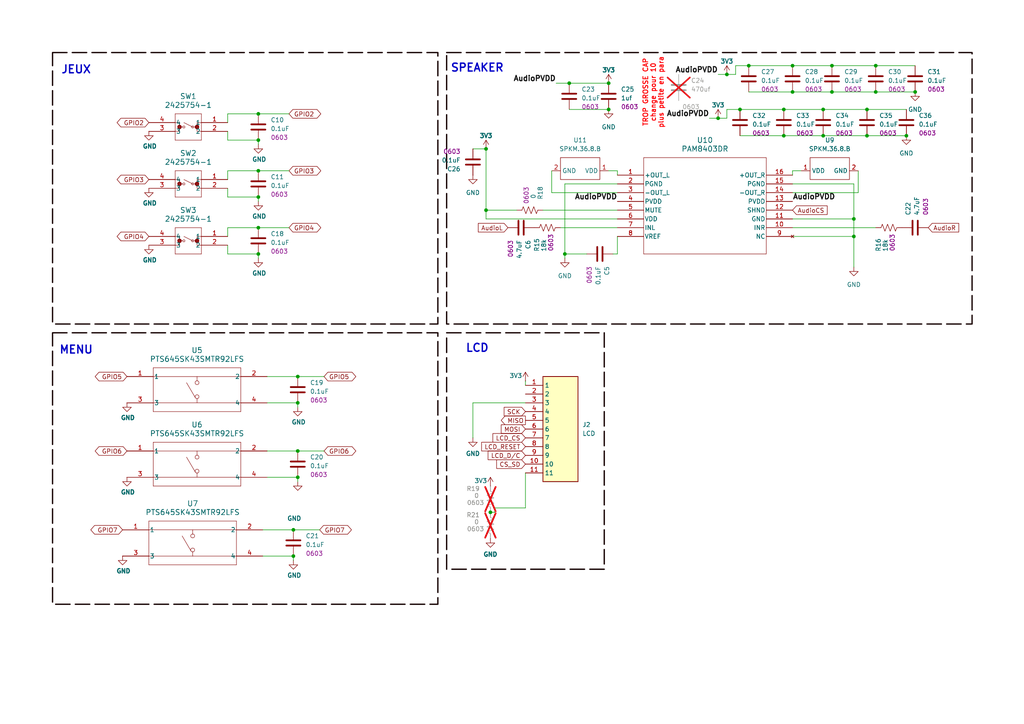
<source format=kicad_sch>
(kicad_sch (version 20250114) (generator "eeschema") (generator_version "9.0")
  (paper "A4")
  (lib_symbols
    (symbol "Device:C" (pin_numbers (hide yes)) (pin_names (offset 0.254))
      (property "Reference" "C" (at 0.635 2.54 0))
      (property "Value" "C" (at 0.635 -2.54 0))
      (symbol "C_0_1"
        (polyline (pts (xy -2.032 0.762) (xy 2.032 0.762)) (stroke (width 0.508)))
        (polyline (pts (xy -2.032 -0.762) (xy 2.032 -0.762)) (stroke (width 0.508)))
      )
      (symbol "C_1_1"
        (pin passive line (at 0 3.81 270) (length 2.794) (name "~") (number "1"))
        (pin passive line (at 0 -3.81 90) (length 2.794) (name "~") (number "2"))
      )
    )
    (symbol "Device:R_US" (pin_numbers (hide yes)) (pin_names (offset 0))
      (property "Reference" "R" (at 2.54 0 90))
      (property "Value" "R_US" (at -2.54 0 90))
      (symbol "R_US_0_1"
        (polyline (pts (xy 0 2.286) (xy 0 2.54)))
        (polyline (pts (xy 0 2.286) (xy 1.016 1.905) (xy 0 1.524) (xy -1.016 1.143) (xy 0 0.762)))
        (polyline (pts (xy 0 0.762) (xy 1.016 0.381) (xy 0 0) (xy -1.016 -0.381) (xy 0 -0.762)))
        (polyline (pts (xy 0 -0.762) (xy 1.016 -1.143) (xy 0 -1.524) (xy -1.016 -1.905) (xy 0 -2.286)))
        (polyline (pts (xy 0 -2.286) (xy 0 -2.54)))
      )
      (symbol "R_US_1_1"
        (pin passive line (at 0 3.81 270) (length 1.27) (name "~") (number "1"))
        (pin passive line (at 0 -3.81 90) (length 1.27) (name "~") (number "2"))
      )
    )
    (symbol "LIB:2425754-1" (pin_names (offset 0.254))
      (property "Reference" "SW" (at 11.43 7.62 0))
      (property "Value" "2425754-1" (at 12.7 5.08 0))
      (symbol "2425754-1_0_1"
        (polyline (pts (xy 7.62 2.54) (xy 7.62 -5.08)) (stroke (width 0.127)))
        (polyline (pts (xy 7.62 0) (xy 8.89 0)) (stroke (width 0.127)))
        (polyline (pts (xy 7.62 -5.08) (xy 15.24 -5.08)) (stroke (width 0.127)))
        (polyline (pts (xy 8.89 0) (xy 8.89 -2.54)) (stroke (width 0.127)))
        (polyline (pts (xy 8.89 -1.27) (xy 9.8425 -1.27)) (stroke (width 0.127)))
        (circle (center 8.89 -1.27) (radius 0.127) (stroke (width 0.508)))
        (polyline (pts (xy 8.89 -2.54) (xy 7.62 -2.54)) (stroke (width 0.127)))
        (polyline (pts (xy 10.16 -1.27) (xy 12.7 0)) (stroke (width 0.127)))
        (circle (center 10.16 -1.27) (radius 0.3048) (stroke (width 0.127)))
        (circle (center 12.7 -1.27) (radius 0.3048) (stroke (width 0.127)))
        (polyline (pts (xy 13.0175 -1.27) (xy 13.97 -1.27)) (stroke (width 0.127)))
        (polyline (pts (xy 13.97 0) (xy 13.97 -2.54)) (stroke (width 0.127)))
        (polyline (pts (xy 13.97 0) (xy 15.24 0)) (stroke (width 0.127)))
        (circle (center 13.97 -1.27) (radius 0.127) (stroke (width 0.508)))
        (polyline (pts (xy 13.97 -2.54) (xy 15.24 -2.54)) (stroke (width 0.127)))
        (polyline (pts (xy 15.24 2.54) (xy 7.62 2.54)) (stroke (width 0.127)))
        (polyline (pts (xy 15.24 -5.08) (xy 15.24 2.54)) (stroke (width 0.127)))
        (pin unspecified line (at 0 0 0) (length 7.62) (name "1") (number "1"))
        (pin unspecified line (at 0 -2.54 0) (length 7.62) (name "2") (number "2"))
        (pin unspecified line (at 22.86 0 180) (length 7.62) (name "4") (number "4"))
        (pin unspecified line (at 22.86 -2.54 180) (length 7.62) (name "3") (number "3"))
      )
    )
    (symbol "Library:LCD"
      (property "Reference" "J" (at 16.51 7.62 0))
      (property "Value" "LCD" (at 16.51 5.08 0))
      (symbol "LCD_1_1"
        (rectangle (start 5.08 2.54) (end 15.24 -27.94) (stroke (width 0.254)) (fill (type background)))
        (pin passive line (at 0 0 0) (length 5.08) (name "1") (number "1"))
        (pin passive line (at 0 -2.54 0) (length 5.08) (name "2") (number "2"))
        (pin passive line (at 0 -5.08 0) (length 5.08) (name "3") (number "3"))
        (pin passive line (at 0 -7.62 0) (length 5.08) (name "4") (number "4"))
        (pin passive line (at 0 -10.16 0) (length 5.08) (name "5") (number "5"))
        (pin passive line (at 0 -12.7 0) (length 5.08) (name "6") (number "6"))
        (pin passive line (at 0 -15.24 0) (length 5.08) (name "7") (number "7"))
        (pin passive line (at 0 -17.78 0) (length 5.08) (name "8") (number "8"))
        (pin passive line (at 0 -20.32 0) (length 5.08) (name "9") (number "9"))
        (pin passive line (at 0 -22.86 0) (length 5.08) (name "10") (number "10"))
        (pin passive line (at 0 -25.4 0) (length 5.08) (name "11") (number "11"))
      )
    )
    (symbol "Library:PAM8403DR" (pin_names (offset 0.254))
      (property "Reference" "U" (at 25.4 10.16 0))
      (property "Value" "PAM8403DR" (at 25.4 7.62 0))
      (symbol "PAM8403DR_0_1"
        (polyline (pts (xy 7.62 5.08) (xy 7.62 -22.86)) (stroke (width 0.127)))
        (polyline (pts (xy 7.62 -22.86) (xy 43.18 -22.86)) (stroke (width 0.127)))
        (polyline (pts (xy 43.18 5.08) (xy 7.62 5.08)) (stroke (width 0.127)))
        (polyline (pts (xy 43.18 -22.86) (xy 43.18 5.08)) (stroke (width 0.127)))
        (pin output line (at 0 0 0) (length 7.62) (name "+OUT_L") (number "1"))
        (pin power_out line (at 0 -2.54 0) (length 7.62) (name "PGND") (number "2"))
        (pin output line (at 0 -5.08 0) (length 7.62) (name "-OUT_L") (number "3"))
        (pin power_in line (at 0 -7.62 0) (length 7.62) (name "PVDD") (number "4"))
        (pin unspecified line (at 0 -10.16 0) (length 7.62) (name "MUTE") (number "5"))
        (pin power_in line (at 0 -12.7 0) (length 7.62) (name "VDD") (number "6"))
        (pin unspecified line (at 0 -15.24 0) (length 7.62) (name "INL") (number "7"))
        (pin power_in line (at 0 -17.78 0) (length 7.62) (name "VREF") (number "8"))
        (pin output line (at 50.8 0 180) (length 7.62) (name "+OUT_R") (number "16"))
        (pin power_out line (at 50.8 -2.54 180) (length 7.62) (name "PGND") (number "15"))
        (pin output line (at 50.8 -5.08 180) (length 7.62) (name "-OUT_R") (number "14"))
        (pin power_in line (at 50.8 -7.62 180) (length 7.62) (name "PVDD") (number "13"))
        (pin unspecified line (at 50.8 -10.16 180) (length 7.62) (name "SHND") (number "12"))
        (pin power_out line (at 50.8 -12.7 180) (length 7.62) (name "GND") (number "11"))
        (pin unspecified line (at 50.8 -15.24 180) (length 7.62) (name "INR") (number "10"))
        (pin no_connect line (at 50.8 -17.78 180) (length 7.62) (name "NC") (number "9"))
      )
    )
    (symbol "Library:PTS645SK43SMTR92LFS" (pin_names (offset 0.254))
      (property "Reference" "U" (at 20.32 7.62 0))
      (property "Value" "PTS645SK43SMTR92LFS" (at 20.32 5.08 0))
      (symbol "PTS645SK43SMTR92LFS_0_1"
        (polyline (pts (xy 7.62 2.54) (xy 7.62 -10.16)) (stroke (width 0.127)))
        (polyline (pts (xy 7.62 0) (xy 33.02 0)) (stroke (width 0.127)))
        (polyline (pts (xy 7.62 -7.62) (xy 33.02 -7.62)) (stroke (width 0.127)))
        (polyline (pts (xy 7.62 -10.16) (xy 33.02 -10.16)) (stroke (width 0.127)))
        (polyline (pts (xy 19.812 -6.096) (xy 17.272 -1.778)) (stroke (width 0.127)))
        (polyline (pts (xy 20.32 0) (xy 20.32 -1.27)) (stroke (width 0.127)))
        (circle (center 20.32 -1.778) (radius 0.5588) (stroke (width 0.127)))
        (circle (center 20.32 -5.842) (radius 0.5588) (stroke (width 0.127)))
        (polyline (pts (xy 20.32 -7.62) (xy 20.32 -6.35)) (stroke (width 0.127)))
        (polyline (pts (xy 33.02 2.54) (xy 7.62 2.54)) (stroke (width 0.127)))
        (polyline (pts (xy 33.02 -10.16) (xy 33.02 2.54)) (stroke (width 0.127)))
        (pin unspecified line (at 0 0 0) (length 7.62) (name "1") (number "1"))
        (pin unspecified line (at 0 -7.62 0) (length 7.62) (name "3") (number "3"))
        (pin unspecified line (at 40.64 0 180) (length 7.62) (name "2") (number "2"))
        (pin unspecified line (at 40.64 -7.62 180) (length 7.62) (name "4") (number "4"))
      )
    )
    (symbol "Library:SPEAKER"
      (property "Reference" "U" (at 0 0 0))
      (property "Value" "SPKM.36.8.B" (at 0 0 0))
      (symbol "SPEAKER_0_1"
        (rectangle (start -1.27 1.27) (end 10.16 -5.08))
      )
      (symbol "SPEAKER_1_1"
        (pin input line (at -3.81 -2.54 0) (length 2.54) (name "VDD") (number "1"))
        (pin input line (at 12.7 -2.54 180) (length 2.54) (name "GND") (number "2"))
      )
    )
    (symbol "power:+3.3V" (power) (pin_numbers (hide yes)) (pin_names (offset 0) (hide yes))
      (property "Value" "+3.3V" (at 0 3.556 0))
      (symbol "+3.3V_0_1"
        (polyline (pts (xy -0.762 1.27) (xy 0 2.54)))
        (polyline (pts (xy 0 2.54) (xy 0.762 1.27)))
        (polyline (pts (xy 0 0) (xy 0 2.54)))
      )
      (symbol "+3.3V_1_1"
        (pin power_in line (at 0 0 90) (length 0) (name "~") (number "1"))
      )
    )
    (symbol "power:GND" (power) (pin_numbers (hide yes)) (pin_names (offset 0) (hide yes))
      (property "Value" "GND" (at 0 -3.81 0))
      (symbol "GND_0_1"
        (polyline (pts (xy 0 0) (xy 0 -1.27) (xy 1.27 -1.27) (xy 0 -2.54) (xy -1.27 -1.27) (xy 0 -1.27)))
      )
      (symbol "GND_1_1"
        (pin power_in line (at 0 0 270) (length 0) (name "~") (number "1"))
      )
    )
  )
  (rectangle (start 15.24 96.52) (end 127 175.26) (stroke (width 0.381) (type dash) (color 20 0 0 1)))
  (rectangle (start 15.24 15.24) (end 127 93.98) (stroke (width 0.381) (type dash) (color 20 0 0 1)))
  (rectangle (start 129.54 15.24) (end 281.94 93.98) (stroke (width 0.381) (type dash) (color 20 0 0 1)))
  (rectangle (start 129.54 96.52) (end 175.26 165.1) (stroke (width 0.381) (type dash) (color 20 0 0 1)))
  (text "JEUX\n" (at 22.098 20.32 0) (effects (font (size 2.286 2.286) (thickness 0.4064) (bold yes))))
  (text "TROP GROSSE CAP\nchange pour 10\nplus petite en para" (at 189.484 26.924 90) (effects (font (size 1.397 1.397) (thickness 0.254) (bold yes))))
  (text "LCD" (at 138.43 101.092 0) (effects (font (size 2.286 2.286) (thickness 0.4064) (bold yes))))
  (text "SPEAKER\n" (at 138.43 19.812 0) (effects (font (size 2.286 2.286) (thickness 0.4064) (bold yes))))
  (text "MENU" (at 22.098 101.6 0) (effects (font (size 2.286 2.286) (thickness 0.4064) (bold yes))))
  (junction (at 86.36 138.43))
  (junction (at 247.65 68.58))
  (junction (at 251.46 39.37))
  (junction (at 217.17 19.05))
  (junction (at 85.09 161.29))
  (junction (at 238.76 31.75))
  (junction (at 227.33 39.37))
  (junction (at 176.53 24.13))
  (junction (at 241.3 26.67))
  (junction (at 251.46 31.75))
  (junction (at 142.24 148.59))
  (junction (at 74.93 49.53))
  (junction (at 238.76 39.37))
  (junction (at 254 26.67))
  (junction (at 262.89 39.37))
  (junction (at 229.87 19.05))
  (junction (at 229.87 26.67))
  (junction (at 86.36 109.22))
  (junction (at 74.93 57.15))
  (junction (at 74.93 73.66))
  (junction (at 265.43 26.67))
  (junction (at 176.53 31.75))
  (junction (at 163.83 73.66))
  (junction (at 74.93 33.02))
  (junction (at 140.97 43.18))
  (junction (at 85.09 153.67))
  (junction (at 247.65 63.5))
  (junction (at 74.93 40.64))
  (junction (at 86.36 116.84))
  (junction (at 210.82 21.59))
  (junction (at 165.1 24.13))
  (junction (at 214.63 31.75))
  (junction (at 227.33 31.75))
  (junction (at 140.97 60.96))
  (junction (at 254 19.05))
  (junction (at 86.36 130.81))
  (junction (at 241.3 19.05))
  (junction (at 208.28 34.29))
  (junction (at 74.93 66.04))
  (wire (pts (xy 137.16 116.84) (xy 137.16 127)))
  (wire (pts (xy 241.3 19.05) (xy 254 19.05)))
  (wire (pts (xy 143.51 147.32) (xy 143.51 148.59)))
  (wire (pts (xy 229.87 53.34) (xy 247.65 53.34)))
  (wire (pts (xy 227.33 39.37) (xy 238.76 39.37)))
  (wire (pts (xy 179.07 55.88) (xy 160.02 55.88)))
  (wire (pts (xy 66.04 66.04) (xy 74.93 66.04)))
  (wire (pts (xy 143.51 147.32) (xy 152.4 147.32)))
  (wire (pts (xy 66.04 40.64) (xy 74.93 40.64)))
  (wire (pts (xy 210.82 31.75) (xy 214.63 31.75)))
  (wire (pts (xy 66.04 71.12) (xy 66.04 73.66)))
  (wire (pts (xy 66.04 35.56) (xy 66.04 33.02)))
  (wire (pts (xy 93.98 109.22) (xy 86.36 109.22)))
  (wire (pts (xy 213.36 21.59) (xy 213.36 19.05)))
  (wire (pts (xy 83.82 49.53) (xy 74.93 49.53)))
  (wire (pts (xy 66.04 57.15) (xy 74.93 57.15)))
  (wire (pts (xy 157.48 60.96) (xy 179.07 60.96)))
  (wire (pts (xy 76.2 153.67) (xy 85.09 153.67)))
  (wire (pts (xy 254 66.04) (xy 229.87 66.04)))
  (wire (pts (xy 176.53 49.53) (xy 179.07 49.53)))
  (wire (pts (xy 86.36 118.11) (xy 86.36 116.84)))
  (wire (pts (xy 140.97 43.18) (xy 140.97 60.96)))
  (wire (pts (xy 152.4 110.49) (xy 152.4 111.76)))
  (wire (pts (xy 66.04 73.66) (xy 74.93 73.66)))
  (wire (pts (xy 93.98 130.81) (xy 86.36 130.81)))
  (wire (pts (xy 254 19.05) (xy 265.43 19.05)))
  (wire (pts (xy 229.87 63.5) (xy 247.65 63.5)))
  (wire (pts (xy 254 26.67) (xy 265.43 26.67)))
  (wire (pts (xy 170.18 73.66) (xy 163.83 73.66)))
  (wire (pts (xy 208.28 34.29) (xy 210.82 34.29)))
  (wire (pts (xy 74.93 41.91) (xy 74.93 40.64)))
  (wire (pts (xy 179.07 53.34) (xy 163.83 53.34)))
  (wire (pts (xy 248.92 49.53) (xy 248.92 55.88)))
  (wire (pts (xy 241.3 26.67) (xy 254 26.67)))
  (wire (pts (xy 251.46 31.75) (xy 262.89 31.75)))
  (wire (pts (xy 77.47 109.22) (xy 86.36 109.22)))
  (wire (pts (xy 163.83 73.66) (xy 163.83 74.93)))
  (wire (pts (xy 92.71 153.67) (xy 85.09 153.67)))
  (wire (pts (xy 205.74 34.29) (xy 208.28 34.29)))
  (wire (pts (xy 152.4 137.16) (xy 152.4 147.32)))
  (wire (pts (xy 163.83 53.34) (xy 163.83 73.66)))
  (wire (pts (xy 238.76 39.37) (xy 251.46 39.37)))
  (wire (pts (xy 83.82 66.04) (xy 74.93 66.04)))
  (wire (pts (xy 140.97 43.18) (xy 137.16 43.18)))
  (wire (pts (xy 217.17 26.67) (xy 229.87 26.67)))
  (wire (pts (xy 229.87 19.05) (xy 241.3 19.05)))
  (wire (pts (xy 229.87 49.53) (xy 229.87 50.8)))
  (wire (pts (xy 77.47 116.84) (xy 86.36 116.84)))
  (wire (pts (xy 77.47 138.43) (xy 86.36 138.43)))
  (wire (pts (xy 227.33 31.75) (xy 238.76 31.75)))
  (wire (pts (xy 238.76 31.75) (xy 251.46 31.75)))
  (wire (pts (xy 66.04 33.02) (xy 74.93 33.02)))
  (wire (pts (xy 214.63 39.37) (xy 227.33 39.37)))
  (wire (pts (xy 85.09 162.56) (xy 85.09 161.29)))
  (wire (pts (xy 140.97 63.5) (xy 179.07 63.5)))
  (wire (pts (xy 179.07 49.53) (xy 179.07 50.8)))
  (wire (pts (xy 143.51 148.59) (xy 142.24 148.59)))
  (wire (pts (xy 217.17 19.05) (xy 229.87 19.05)))
  (wire (pts (xy 179.07 73.66) (xy 179.07 68.58)))
  (wire (pts (xy 165.1 31.75) (xy 176.53 31.75)))
  (wire (pts (xy 66.04 54.61) (xy 66.04 57.15)))
  (wire (pts (xy 66.04 66.04) (xy 66.04 68.58)))
  (wire (pts (xy 210.82 34.29) (xy 210.82 31.75)))
  (wire (pts (xy 162.56 66.04) (xy 179.07 66.04)))
  (wire (pts (xy 66.04 38.1) (xy 66.04 40.64)))
  (wire (pts (xy 160.02 55.88) (xy 160.02 49.53)))
  (wire (pts (xy 232.41 49.53) (xy 229.87 49.53)))
  (wire (pts (xy 251.46 39.37) (xy 262.89 39.37)))
  (wire (pts (xy 247.65 53.34) (xy 247.65 63.5)))
  (wire (pts (xy 140.97 60.96) (xy 149.86 60.96)))
  (wire (pts (xy 165.1 24.13) (xy 176.53 24.13)))
  (wire (pts (xy 208.28 21.59) (xy 210.82 21.59)))
  (wire (pts (xy 161.29 24.13) (xy 165.1 24.13)))
  (wire (pts (xy 177.8 73.66) (xy 179.07 73.66)))
  (wire (pts (xy 247.65 68.58) (xy 247.65 77.47)))
  (wire (pts (xy 76.2 161.29) (xy 85.09 161.29)))
  (wire (pts (xy 210.82 21.59) (xy 213.36 21.59)))
  (wire (pts (xy 214.63 31.75) (xy 227.33 31.75)))
  (wire (pts (xy 66.04 49.53) (xy 74.93 49.53)))
  (wire (pts (xy 229.87 68.58) (xy 247.65 68.58)))
  (wire (pts (xy 74.93 58.42) (xy 74.93 57.15)))
  (wire (pts (xy 77.47 130.81) (xy 86.36 130.81)))
  (wire (pts (xy 247.65 63.5) (xy 247.65 68.58)))
  (wire (pts (xy 83.82 33.02) (xy 74.93 33.02)))
  (wire (pts (xy 229.87 26.67) (xy 241.3 26.67)))
  (wire (pts (xy 137.16 116.84) (xy 152.4 116.84)))
  (wire (pts (xy 248.92 55.88) (xy 229.87 55.88)))
  (wire (pts (xy 74.93 74.93) (xy 74.93 73.66)))
  (wire (pts (xy 86.36 139.7) (xy 86.36 138.43)))
  (wire (pts (xy 66.04 49.53) (xy 66.04 52.07)))
  (wire (pts (xy 213.36 19.05) (xy 217.17 19.05)))
  (wire (pts (xy 140.97 60.96) (xy 140.97 63.5)))
  (label "AudioPVDD" (at 205.74 34.29 180) (effects (font (size 1.524 1.524) (bold yes))))
  (label "AudioPVDD" (at 208.28 21.59 180) (effects (font (size 1.524 1.524) (bold yes))))
  (label "AudioPVDD" (at 229.87 58.42 0) (effects (font (size 1.524 1.524) (bold yes))))
  (label "AudioPVDD" (at 179.07 58.42 180) (effects (font (size 1.524 1.524) (bold yes))))
  (label "AudioPVDD" (at 161.29 24.13 180) (effects (font (size 1.524 1.524) (bold yes))))
  (global_label "GPIO6" (shape bidirectional) (at 36.83 130.81 180) (property "Intersheetrefs" "${INTERSHEET_REFS}" (effects (hide yes))))
  (global_label "GPIO5" (shape bidirectional) (at 36.83 109.22 180) (property "Intersheetrefs" "${INTERSHEET_REFS}" (effects (hide yes))))
  (global_label "GPIO6" (shape bidirectional) (at 93.98 130.81 0) (property "Intersheetrefs" "${INTERSHEET_REFS}" (effects (hide yes))))
  (global_label "MOSI" (shape input) (at 152.4 124.46 180) (property "Intersheetrefs" "${INTERSHEET_REFS}" (effects (hide yes))))
  (global_label "GPIO4" (shape bidirectional) (at 43.18 68.58 180) (property "Intersheetrefs" "${INTERSHEET_REFS}" (effects (hide yes))))
  (global_label "GPIO3" (shape bidirectional) (at 43.18 52.07 180) (property "Intersheetrefs" "${INTERSHEET_REFS}" (effects (hide yes))))
  (global_label "GPIO5" (shape bidirectional) (at 93.98 109.22 0) (property "Intersheetrefs" "${INTERSHEET_REFS}" (effects (hide yes))))
  (global_label "SCK" (shape input) (at 152.4 119.38 180) (property "Intersheetrefs" "${INTERSHEET_REFS}" (effects (hide yes))))
  (global_label "MISO" (shape output) (at 152.4 121.92 180) (property "Intersheetrefs" "${INTERSHEET_REFS}" (effects (hide yes))))
  (global_label "CS_SD" (shape input) (at 152.4 134.62 180) (property "Intersheetrefs" "${INTERSHEET_REFS}" (effects (hide yes))))
  (global_label "GPIO2" (shape bidirectional) (at 83.82 33.02 0) (property "Intersheetrefs" "${INTERSHEET_REFS}" (effects (hide yes))))
  (global_label "GPIO7" (shape bidirectional) (at 35.56 153.67 180) (property "Intersheetrefs" "${INTERSHEET_REFS}" (effects (hide yes))))
  (global_label "GPIO7" (shape bidirectional) (at 92.71 153.67 0) (property "Intersheetrefs" "${INTERSHEET_REFS}" (effects (hide yes))))
  (global_label "GPIO4" (shape bidirectional) (at 83.82 66.04 0) (property "Intersheetrefs" "${INTERSHEET_REFS}" (effects (hide yes))))
  (global_label "LCD_CS" (shape input) (at 152.4 127 180) (property "Intersheetrefs" "${INTERSHEET_REFS}" (effects (hide yes))))
  (global_label "LCD_D{slash}C" (shape input) (at 152.4 132.08 180) (property "Intersheetrefs" "${INTERSHEET_REFS}" (effects (hide yes))))
  (global_label "GPIO3" (shape bidirectional) (at 83.82 49.53 0) (property "Intersheetrefs" "${INTERSHEET_REFS}" (effects (hide yes))))
  (global_label "AudioL" (shape input) (at 147.32 66.04 180) (property "Intersheetrefs" "${INTERSHEET_REFS}" (effects (hide yes))))
  (global_label "AudioCS" (shape input) (at 229.87 60.96 0) (property "Intersheetrefs" "${INTERSHEET_REFS}" (effects (hide yes))))
  (global_label "AudioR" (shape input) (at 269.24 66.04 0) (property "Intersheetrefs" "${INTERSHEET_REFS}" (effects (hide yes))))
  (global_label "GPIO2" (shape bidirectional) (at 43.18 35.56 180) (property "Intersheetrefs" "${INTERSHEET_REFS}" (effects (hide yes))))
  (global_label "LCD_RESET" (shape input) (at 152.4 129.54 180) (property "Intersheetrefs" "${INTERSHEET_REFS}" (effects (hide yes))))
  (symbol (lib_id "LIB:2425754-1") (at 66.04 68.58 0) (mirror y) (unit 1)
    (property "Reference" "SW3" (at 54.61 60.96 0) (effects (font (size 1.524 1.524))))
    (property "Value" "2425754-1" (at 54.61 63.5 0) (effects (font (size 1.524 1.524))))
    (property "Footprint" "Library:2425754-1_TEC" (effects (hide yes)))
    (property "Datasheet" "https://www.te.com/commerce/DocumentDelivery/DDEController?Action=srchrtrv&DocNm=alcoswitch-tactile-switches&DocType=Data+Sheet&DocLang=English&PartCntxt=2425754-1&DocFormat=pdf" (effects (hide yes)))
  )
  (symbol (lib_id "power:GND") (at 137.16 127 0) (unit 1)
    (property "Reference" "#PWR029" (effects (hide yes)))
    (property "Value" "GND" (at 137.16 131.572 0) (effects (font (bold yes))))
    (property "Description" "Power symbol creates a global label with name \"GND\" , ground" (effects (hide yes)))
  )
  (symbol (lib_id "Device:C") (at 196.85 25.4 0) (unit 1) (exclude_from_sim yes) (in_bom no) (on_board no) (dnp yes)
    (property "Reference" "C24" (at 200.406 23.368 0) (effects (justify left)))
    (property "Value" "470uf" (at 200.406 25.908 0) (effects (justify left)))
    (property "Footprint" "Capacitor_SMD:C_0603_1608Metric" (effects (hide yes)))
    (property "Description" "Unpolarized capacitor" (effects (hide yes)))
    (property "PCKG" "0603" (at 200.406 30.988 0))
  )
  (symbol (lib_id "Device:C") (at 241.3 22.86 0) (unit 1)
    (property "Reference" "C29" (at 244.856 20.828 0) (effects (justify left)))
    (property "Value" "0.1uF" (at 244.856 23.368 0) (effects (justify left)))
    (property "Footprint" "Capacitor_SMD:C_0603_1608Metric" (effects (hide yes)))
    (property "Description" "Unpolarized capacitor" (effects (hide yes)))
    (property "PCKG" "0603" (at 247.396 25.908 0))
  )
  (symbol (lib_id "Device:C") (at 176.53 27.94 0) (unit 1)
    (property "Reference" "C25" (at 180.086 25.908 0) (effects (justify left)))
    (property "Value" "1uf" (at 180.086 28.448 0) (effects (justify left)))
    (property "Footprint" "Capacitor_SMD:C_0603_1608Metric" (effects (hide yes)))
    (property "Description" "Unpolarized capacitor" (effects (hide yes)))
    (property "PCKG" "0603" (at 182.626 30.988 0))
  )
  (symbol (lib_id "Device:C") (at 217.17 22.86 0) (unit 1)
    (property "Reference" "C27" (at 220.726 20.828 0) (effects (justify left)))
    (property "Value" "0.1uF" (at 220.726 23.368 0) (effects (justify left)))
    (property "Footprint" "Capacitor_SMD:C_0603_1608Metric" (effects (hide yes)))
    (property "Description" "Unpolarized capacitor" (effects (hide yes)))
    (property "PCKG" "0603" (at 223.266 25.908 0))
  )
  (symbol (lib_id "power:GND") (at 74.93 41.91 0) (unit 1)
    (property "Reference" "#PWR042" (effects (hide yes)))
    (property "Value" "GND" (at 75.184 46.228 0) (effects (font (bold yes))))
    (property "Description" "Power symbol creates a global label with name \"GND\" , ground" (effects (hide yes)))
  )
  (symbol (lib_id "LIB:2425754-1") (at 66.04 52.07 0) (mirror y) (unit 1)
    (property "Reference" "SW2" (at 54.61 44.45 0) (effects (font (size 1.524 1.524))))
    (property "Value" "2425754-1" (at 54.61 46.99 0) (effects (font (size 1.524 1.524))))
    (property "Footprint" "Library:2425754-1_TEC" (effects (hide yes)))
    (property "Datasheet" "https://www.te.com/commerce/DocumentDelivery/DDEController?Action=srchrtrv&DocNm=alcoswitch-tactile-switches&DocType=Data+Sheet&DocLang=English&PartCntxt=2425754-1&DocFormat=pdf" (effects (hide yes)))
  )
  (symbol (lib_id "Library:SPEAKER") (at 236.22 46.99 0) (unit 1)
    (property "Reference" "U9" (at 240.665 40.64 0))
    (property "Value" "SPKM.36.8.B" (at 240.665 43.18 0))
    (property "Footprint" "Library:SPEAKER" (effects (hide yes)))
    (property "Datasheet" "https://www.taoglas.com/datasheets/SPKM.36.8.B.pdf" (effects (hide yes)))
  )
  (symbol (lib_id "Device:C") (at 74.93 53.34 0) (unit 1)
    (property "Reference" "C11" (at 78.486 51.308 0) (effects (justify left)))
    (property "Value" "0.1uF" (at 78.486 53.848 0) (effects (justify left)))
    (property "Footprint" "Capacitor_SMD:C_0603_1608Metric" (effects (hide yes)))
    (property "Description" "Unpolarized capacitor" (effects (hide yes)))
    (property "PCKG" "0603" (at 81.026 56.388 0))
  )
  (symbol (lib_id "power:GND") (at 35.56 161.29 0) (unit 1)
    (property "Reference" "#PWR048" (effects (hide yes)))
    (property "Value" "GND" (at 35.814 165.608 0) (effects (font (bold yes))))
    (property "Description" "Power symbol creates a global label with name \"GND\" , ground" (effects (hide yes)))
  )
  (symbol (lib_id "power:GND") (at 163.83 74.93 0) (unit 1)
    (property "Reference" "#PWR061" (effects (hide yes)))
    (property "Value" "GND" (at 163.83 80.01 0))
    (property "Description" "Power symbol creates a global label with name \"GND\" , ground" (effects (hide yes)))
  )
  (symbol (lib_id "power:+3.3V") (at 176.53 24.13 0) (unit 1)
    (property "Reference" "#PWR070" (effects (hide yes)))
    (property "Value" "3V3" (at 176.53 20.32 0) (effects (font (bold yes))))
    (property "Description" "Power symbol creates a global label with name \"+3.3V\"" (effects (hide yes)))
  )
  (symbol (lib_id "Device:C") (at 227.33 35.56 0) (unit 1)
    (property "Reference" "C33" (at 230.886 33.528 0) (effects (justify left)))
    (property "Value" "0.1uF" (at 230.886 36.068 0) (effects (justify left)))
    (property "Footprint" "Capacitor_SMD:C_0603_1608Metric" (effects (hide yes)))
    (property "Description" "Unpolarized capacitor" (effects (hide yes)))
    (property "PCKG" "0603" (at 233.426 38.608 0))
  )
  (symbol (lib_id "Device:C") (at 229.87 22.86 0) (unit 1)
    (property "Reference" "C28" (at 233.426 20.828 0) (effects (justify left)))
    (property "Value" "0.1uF" (at 233.426 23.368 0) (effects (justify left)))
    (property "Footprint" "Capacitor_SMD:C_0603_1608Metric" (effects (hide yes)))
    (property "Description" "Unpolarized capacitor" (effects (hide yes)))
    (property "PCKG" "0603" (at 235.966 25.908 0))
  )
  (symbol (lib_id "Device:C") (at 165.1 27.94 0) (unit 1)
    (property "Reference" "C23" (at 168.656 25.908 0) (effects (justify left)))
    (property "Value" "0.1uF" (at 168.656 28.448 0) (effects (justify left)))
    (property "Footprint" "Capacitor_SMD:C_0603_1608Metric" (effects (hide yes)))
    (property "Description" "Unpolarized capacitor" (effects (hide yes)))
    (property "PCKG" "0603" (at 171.196 30.988 0))
  )
  (symbol (lib_id "power:GND") (at 43.18 71.12 0) (unit 1)
    (property "Reference" "#PWR045" (effects (hide yes)))
    (property "Value" "GND" (at 43.434 75.438 0) (effects (font (bold yes))))
    (property "Description" "Power symbol creates a global label with name \"GND\" , ground" (effects (hide yes)))
  )
  (symbol (lib_id "power:+3.3V") (at 210.82 21.59 0) (unit 1)
    (property "Reference" "#PWR041" (effects (hide yes)))
    (property "Value" "3V3" (at 210.82 17.78 0) (effects (font (bold yes))))
    (property "Description" "Power symbol creates a global label with name \"+3.3V\"" (effects (hide yes)))
  )
  (symbol (lib_id "power:GND") (at 262.89 39.37 0) (unit 1)
    (property "Reference" "#PWR080" (effects (hide yes)))
    (property "Value" "GND" (at 262.89 44.45 0))
    (property "Description" "Power symbol creates a global label with name \"GND\" , ground" (effects (hide yes)))
  )
  (symbol (lib_id "power:+3.3V") (at 152.4 110.49 0) (unit 1)
    (property "Reference" "#PWR017" (effects (hide yes)))
    (property "Value" "3V3" (at 149.606 108.966 0))
    (property "Description" "Power symbol creates a global label with name \"+3.3V\"" (effects (hide yes)))
  )
  (symbol (lib_id "Device:C") (at 265.43 66.04 90) (unit 1)
    (property "Reference" "C22" (at 263.398 62.484 0) (effects (justify left)))
    (property "Value" "4.7uF" (at 265.938 62.484 0) (effects (justify left)))
    (property "Footprint" "Capacitor_SMD:C_0603_1608Metric" (effects (hide yes)))
    (property "Description" "Unpolarized capacitor" (effects (hide yes)))
    (property "PCKG" "0603" (at 268.478 59.944 0))
  )
  (symbol (lib_id "power:+3.3V") (at 208.28 34.29 0) (unit 1)
    (property "Reference" "#PWR032" (effects (hide yes)))
    (property "Value" "3V3" (at 208.28 30.48 0) (effects (font (bold yes))))
    (property "Description" "Power symbol creates a global label with name \"+3.3V\"" (effects (hide yes)))
  )
  (symbol (lib_id "Library:SPEAKER") (at 172.72 46.99 0) (mirror y) (unit 1)
    (property "Reference" "U11" (at 168.275 40.64 0))
    (property "Value" "SPKM.36.8.B" (at 168.275 43.18 0))
    (property "Footprint" "Library:SPEAKER" (effects (hide yes)))
    (property "Datasheet" "https://www.taoglas.com/datasheets/SPKM.36.8.B.pdf" (effects (hide yes)))
  )
  (symbol (lib_id "Library:PTS645SK43SMTR92LFS") (at 36.83 109.22 0) (unit 1)
    (property "Reference" "U5" (at 57.15 101.6 0) (effects (font (size 1.524 1.524))))
    (property "Value" "PTS645SK43SMTR92LFS" (at 57.15 104.14 0) (effects (font (size 1.524 1.524))))
    (property "Footprint" "Library:SWITCH_45SK43SMTR92LFS" (effects (hide yes)))
    (property "Datasheet" "PTS645SK43SMTR92LFS" (effects (hide yes)))
  )
  (symbol (lib_id "Device:R_US") (at 257.81 66.04 270) (unit 1)
    (property "Reference" "R16" (at 254.762 69.088 0) (effects (justify left)))
    (property "Value" "18k" (at 256.794 69.342 0) (effects (justify left)))
    (property "Footprint" "Resistor_SMD:R_0603_1608Metric" (effects (hide yes)))
    (property "Description" "Resistor, US symbol" (effects (hide yes)))
    (property "PCKG" "0603" (at 258.826 70.358 0))
  )
  (symbol (lib_id "power:GND") (at 43.18 38.1 0) (unit 1)
    (property "Reference" "#PWR043" (effects (hide yes)))
    (property "Value" "GND" (at 43.434 42.418 0) (effects (font (bold yes))))
    (property "Description" "Power symbol creates a global label with name \"GND\" , ground" (effects (hide yes)))
  )
  (symbol (lib_id "Library:PTS645SK43SMTR92LFS") (at 35.56 153.67 0) (unit 1)
    (property "Reference" "U7" (at 55.88 146.05 0) (effects (font (size 1.524 1.524))))
    (property "Value" "PTS645SK43SMTR92LFS" (at 55.88 148.59 0) (effects (font (size 1.524 1.524))))
    (property "Footprint" "Library:SWITCH_45SK43SMTR92LFS" (effects (hide yes)))
    (property "Datasheet" "PTS645SK43SMTR92LFS" (effects (hide yes)))
  )
  (symbol (lib_id "Device:C") (at 173.99 73.66 270) (unit 1)
    (property "Reference" "C5" (at 176.022 77.216 0) (effects (justify left)))
    (property "Value" "0.1uF" (at 173.482 77.216 0) (effects (justify left)))
    (property "Footprint" "Capacitor_SMD:C_0603_1608Metric" (effects (hide yes)))
    (property "Description" "Unpolarized capacitor" (effects (hide yes)))
    (property "PCKG" "0603" (at 170.942 79.756 0))
  )
  (symbol (lib_id "Library:LCD") (at 152.4 111.76 0) (unit 1)
    (property "Reference" "J2" (at 168.91 123.1899 0) (effects (justify left)))
    (property "Value" "LCD" (at 168.91 125.7299 0) (effects (justify left)))
    (property "Footprint" "Library:LCD" (effects (hide yes)))
    (property "Datasheet" "https://app.adam-tech.com/products/download/data_sheet/201605/ph1-xx-ua-data-sheet.pdf" (effects (hide yes)))
    (property "Description" "CONN HEADER VERT 11POS 2.54MM" (effects (hide yes)))
    (property "Height" "8.881" (effects (hide yes)))
    (property "Manufacturer_Name" "Adam Tech" (effects (hide yes)))
    (property "Manufacturer_Part_Number" "PH1-11-UA" (effects (hide yes)))
    (property "Arrow Part Number" "PH1-11-UA" (effects (hide yes)))
    (property "Arrow Price/Stock" "https://www.arrow.com/en/products/ph1-11-ua/adam-tech?region=nac" (effects (hide yes)))
  )
  (symbol (lib_id "Device:C") (at 214.63 35.56 0) (unit 1)
    (property "Reference" "C32" (at 218.186 33.528 0) (effects (justify left)))
    (property "Value" "0.1uF" (at 218.186 36.068 0) (effects (justify left)))
    (property "Footprint" "Capacitor_SMD:C_0603_1608Metric" (effects (hide yes)))
    (property "Description" "Unpolarized capacitor" (effects (hide yes)))
    (property "PCKG" "0603" (at 220.726 38.608 0))
  )
  (symbol (lib_id "Device:C") (at 86.36 134.62 0) (unit 1)
    (property "Reference" "C20" (at 89.916 132.588 0) (effects (justify left)))
    (property "Value" "0.1uF" (at 89.916 135.128 0) (effects (justify left)))
    (property "Footprint" "Capacitor_SMD:C_0603_1608Metric" (effects (hide yes)))
    (property "Description" "Unpolarized capacitor" (effects (hide yes)))
    (property "PCKG" "0603" (at 92.456 137.668 0))
  )
  (symbol (lib_id "Device:C") (at 85.09 157.48 0) (unit 1)
    (property "Reference" "C21" (at 88.646 155.448 0) (effects (justify left)))
    (property "Value" "0.1uF" (at 88.646 157.988 0) (effects (justify left)))
    (property "Footprint" "Capacitor_SMD:C_0603_1608Metric" (effects (hide yes)))
    (property "Description" "Unpolarized capacitor" (effects (hide yes)))
    (property "PCKG" "0603" (at 91.186 160.528 0))
  )
  (symbol (lib_id "Device:C") (at 238.76 35.56 0) (unit 1)
    (property "Reference" "C34" (at 242.316 33.528 0) (effects (justify left)))
    (property "Value" "0.1uF" (at 242.316 36.068 0) (effects (justify left)))
    (property "Footprint" "Capacitor_SMD:C_0603_1608Metric" (effects (hide yes)))
    (property "Description" "Unpolarized capacitor" (effects (hide yes)))
    (property "PCKG" "0603" (at 244.856 38.608 0))
  )
  (symbol (lib_id "Device:R_US") (at 158.75 66.04 270) (unit 1)
    (property "Reference" "R15" (at 155.702 69.088 0) (effects (justify left)))
    (property "Value" "18k" (at 157.734 69.342 0) (effects (justify left)))
    (property "Footprint" "Resistor_SMD:R_0603_1608Metric" (effects (hide yes)))
    (property "Description" "Resistor, US symbol" (effects (hide yes)))
    (property "PCKG" "0603" (at 159.766 70.358 0))
  )
  (symbol (lib_id "Device:R_US") (at 142.24 152.4 180) (unit 1) (dnp yes)
    (property "Reference" "R21" (at 139.192 149.352 0) (effects (justify left)))
    (property "Value" "0" (at 138.938 151.384 0) (effects (justify left)))
    (property "Footprint" "Resistor_SMD:R_0603_1608Metric" (effects (hide yes)))
    (property "Description" "Resistor, US symbol" (effects (hide yes)))
    (property "PCKG" "0603" (at 137.922 153.416 0))
  )
  (symbol (lib_id "power:+3.3V") (at 142.24 140.97 0) (unit 1)
    (property "Reference" "#PWR071" (effects (hide yes)))
    (property "Value" "3V3" (at 139.446 139.446 0))
    (property "Description" "Power symbol creates a global label with name \"+3.3V\"" (effects (hide yes)))
  )
  (symbol (lib_id "Device:C") (at 86.36 113.03 0) (unit 1)
    (property "Reference" "C19" (at 89.916 110.998 0) (effects (justify left)))
    (property "Value" "0.1uF" (at 89.916 113.538 0) (effects (justify left)))
    (property "Footprint" "Capacitor_SMD:C_0603_1608Metric" (effects (hide yes)))
    (property "Description" "Unpolarized capacitor" (effects (hide yes)))
    (property "PCKG" "0603" (at 92.456 116.078 0))
  )
  (symbol (lib_id "Device:C") (at 262.89 35.56 0) (unit 1)
    (property "Reference" "C36" (at 266.446 33.528 0) (effects (justify left)))
    (property "Value" "0.1uF" (at 266.446 36.068 0) (effects (justify left)))
    (property "Footprint" "Capacitor_SMD:C_0603_1608Metric" (effects (hide yes)))
    (property "Description" "Unpolarized capacitor" (effects (hide yes)))
    (property "PCKG" "0603" (at 268.986 38.608 0))
  )
  (symbol (lib_id "power:GND") (at 36.83 138.43 0) (unit 1)
    (property "Reference" "#PWR047" (effects (hide yes)))
    (property "Value" "GND" (at 37.084 142.748 0) (effects (font (bold yes))))
    (property "Description" "Power symbol creates a global label with name \"GND\" , ground" (effects (hide yes)))
  )
  (symbol (lib_id "Device:R_US") (at 142.24 144.78 180) (unit 1) (dnp yes)
    (property "Reference" "R19" (at 139.192 141.732 0) (effects (justify left)))
    (property "Value" "0" (at 138.938 143.764 0) (effects (justify left)))
    (property "Footprint" "Resistor_SMD:R_0603_1608Metric" (effects (hide yes)))
    (property "Description" "Resistor, US symbol" (effects (hide yes)))
    (property "PCKG" "0603" (at 137.922 145.796 0))
  )
  (symbol (lib_id "power:GND") (at 142.24 156.21 0) (unit 1)
    (property "Reference" "#PWR075" (effects (hide yes)))
    (property "Value" "GND" (at 142.24 160.782 0) (effects (font (bold yes))))
    (property "Description" "Power symbol creates a global label with name \"GND\" , ground" (effects (hide yes)))
  )
  (symbol (lib_id "Device:C") (at 265.43 22.86 0) (unit 1)
    (property "Reference" "C31" (at 268.986 20.828 0) (effects (justify left)))
    (property "Value" "0.1uF" (at 268.986 23.368 0) (effects (justify left)))
    (property "Footprint" "Capacitor_SMD:C_0603_1608Metric" (effects (hide yes)))
    (property "Description" "Unpolarized capacitor" (effects (hide yes)))
    (property "PCKG" "0603" (at 271.526 25.908 0))
  )
  (symbol (lib_id "power:GND") (at 85.09 162.56 0) (unit 1)
    (property "Reference" "#PWR052" (effects (hide yes)))
    (property "Value" "GND" (at 85.344 166.878 0) (effects (font (bold yes))))
    (property "Description" "Power symbol creates a global label with name \"GND\" , ground" (effects (hide yes)))
  )
  (symbol (lib_id "power:GND") (at 86.36 118.11 0) (unit 1)
    (property "Reference" "#PWR050" (effects (hide yes)))
    (property "Value" "GND" (at 86.614 122.428 0) (effects (font (bold yes))))
    (property "Description" "Power symbol creates a global label with name \"GND\" , ground" (effects (hide yes)))
  )
  (symbol (lib_id "power:GND") (at 74.93 58.42 0) (unit 1)
    (property "Reference" "#PWR025" (effects (hide yes)))
    (property "Value" "GND" (at 75.184 62.738 0) (effects (font (bold yes))))
    (property "Description" "Power symbol creates a global label with name \"GND\" , ground" (effects (hide yes)))
  )
  (symbol (lib_id "Device:C") (at 254 22.86 0) (unit 1)
    (property "Reference" "C30" (at 257.556 20.828 0) (effects (justify left)))
    (property "Value" "0.1uF" (at 257.556 23.368 0) (effects (justify left)))
    (property "Footprint" "Capacitor_SMD:C_0603_1608Metric" (effects (hide yes)))
    (property "Description" "Unpolarized capacitor" (effects (hide yes)))
    (property "PCKG" "0603" (at 260.096 25.908 0))
  )
  (symbol (lib_id "power:GND") (at 74.93 74.93 0) (unit 1)
    (property "Reference" "#PWR028" (effects (hide yes)))
    (property "Value" "GND" (at 75.184 79.248 0) (effects (font (bold yes))))
    (property "Description" "Power symbol creates a global label with name \"GND\" , ground" (effects (hide yes)))
  )
  (symbol (lib_id "power:GND") (at 265.43 26.67 0) (unit 1)
    (property "Reference" "#PWR081" (effects (hide yes)))
    (property "Value" "GND" (at 265.43 31.75 0))
    (property "Description" "Power symbol creates a global label with name \"GND\" , ground" (effects (hide yes)))
  )
  (symbol (lib_id "power:GND") (at 247.65 77.47 0) (unit 1)
    (property "Reference" "#PWR053" (effects (hide yes)))
    (property "Value" "GND" (at 247.65 82.55 0))
    (property "Description" "Power symbol creates a global label with name \"GND\" , ground" (effects (hide yes)))
  )
  (symbol (lib_id "Device:C") (at 151.13 66.04 270) (unit 1)
    (property "Reference" "C6" (at 153.162 69.596 0) (effects (justify left)))
    (property "Value" "4.7uF" (at 150.622 69.596 0) (effects (justify left)))
    (property "Footprint" "Capacitor_SMD:C_0603_1608Metric" (effects (hide yes)))
    (property "Description" "Unpolarized capacitor" (effects (hide yes)))
    (property "PCKG" "0603" (at 148.082 72.136 0))
  )
  (symbol (lib_id "Device:C") (at 137.16 46.99 180) (unit 1)
    (property "Reference" "C26" (at 133.604 49.022 0) (effects (justify left)))
    (property "Value" "0.1uF" (at 133.604 46.482 0) (effects (justify left)))
    (property "Footprint" "Capacitor_SMD:C_0603_1608Metric" (effects (hide yes)))
    (property "Description" "Unpolarized capacitor" (effects (hide yes)))
    (property "PCKG" "0603" (at 131.064 43.942 0))
  )
  (symbol (lib_id "Library:PAM8403DR") (at 179.07 50.8 0) (unit 1)
    (property "Reference" "U10" (at 204.47 40.64 0) (effects (font (size 1.524 1.524))))
    (property "Value" "PAM8403DR" (at 204.47 43.18 0) (effects (font (size 1.524 1.524))))
    (property "Footprint" "Library:SOIC_8403DR_DIO" (effects (hide yes)))
    (property "Datasheet" "https://www.diodes.com/assets/Datasheets/products_inactive_data/PAM8403.pdf" (effects (hide yes)))
  )
  (symbol (lib_id "Device:C") (at 74.93 36.83 0) (unit 1)
    (property "Reference" "C10" (at 78.486 34.798 0) (effects (justify left)))
    (property "Value" "0.1uF" (at 78.486 37.338 0) (effects (justify left)))
    (property "Footprint" "Capacitor_SMD:C_0603_1608Metric" (effects (hide yes)))
    (property "Description" "Unpolarized capacitor" (effects (hide yes)))
    (property "PCKG" "0603" (at 81.026 39.878 0))
  )
  (symbol (lib_id "Device:R_US") (at 153.67 60.96 90) (unit 1)
    (property "Reference" "R18" (at 156.718 57.912 0) (effects (justify left)))
    (property "Value" "0" (at 154.686 57.658 0) (effects (justify left)))
    (property "Footprint" "Resistor_SMD:R_0603_1608Metric" (effects (hide yes)))
    (property "Description" "Resistor, US symbol" (effects (hide yes)))
    (property "PCKG" "0603" (at 152.654 56.642 0))
  )
  (symbol (lib_id "power:GND") (at 86.36 139.7 0) (unit 1)
    (property "Reference" "#PWR051" (effects (hide yes)))
    (property "Value" "GND" (at 85.344 150.368 0) (effects (font (bold yes))))
    (property "Description" "Power symbol creates a global label with name \"GND\" , ground" (effects (hide yes)))
  )
  (symbol (lib_id "LIB:2425754-1") (at 66.04 35.56 0) (mirror y) (unit 1)
    (property "Reference" "SW1" (at 54.61 27.94 0) (effects (font (size 1.524 1.524))))
    (property "Value" "2425754-1" (at 54.61 30.48 0) (effects (font (size 1.524 1.524))))
    (property "Footprint" "Library:2425754-1_TEC" (effects (hide yes)))
    (property "Datasheet" "https://www.te.com/commerce/DocumentDelivery/DDEController?Action=srchrtrv&DocNm=alcoswitch-tactile-switches&DocType=Data+Sheet&DocLang=English&PartCntxt=2425754-1&DocFormat=pdf" (effects (hide yes)))
  )
  (symbol (lib_id "power:GND") (at 36.83 116.84 0) (unit 1)
    (property "Reference" "#PWR046" (effects (hide yes)))
    (property "Value" "GND" (at 37.084 121.158 0) (effects (font (bold yes))))
    (property "Description" "Power symbol creates a global label with name \"GND\" , ground" (effects (hide yes)))
  )
  (symbol (lib_id "Device:C") (at 251.46 35.56 0) (unit 1)
    (property "Reference" "C35" (at 255.016 33.528 0) (effects (justify left)))
    (property "Value" "0.1uF" (at 255.016 36.068 0) (effects (justify left)))
    (property "Footprint" "Capacitor_SMD:C_0603_1608Metric" (effects (hide yes)))
    (property "Description" "Unpolarized capacitor" (effects (hide yes)))
    (property "PCKG" "0603" (at 257.556 38.608 0))
  )
  (symbol (lib_id "Device:C") (at 74.93 69.85 0) (unit 1)
    (property "Reference" "C18" (at 78.486 67.818 0) (effects (justify left)))
    (property "Value" "0.1uF" (at 78.486 70.358 0) (effects (justify left)))
    (property "Footprint" "Capacitor_SMD:C_0603_1608Metric" (effects (hide yes)))
    (property "Description" "Unpolarized capacitor" (effects (hide yes)))
    (property "PCKG" "0603" (at 81.026 72.898 0))
  )
  (symbol (lib_id "Library:PTS645SK43SMTR92LFS") (at 36.83 130.81 0) (unit 1)
    (property "Reference" "U6" (at 57.15 123.19 0) (effects (font (size 1.524 1.524))))
    (property "Value" "PTS645SK43SMTR92LFS" (at 57.15 125.73 0) (effects (font (size 1.524 1.524))))
    (property "Footprint" "Library:SWITCH_45SK43SMTR92LFS" (effects (hide yes)))
    (property "Datasheet" "PTS645SK43SMTR92LFS" (effects (hide yes)))
  )
  (symbol (lib_id "power:GND") (at 43.18 54.61 0) (unit 1)
    (property "Reference" "#PWR044" (effects (hide yes)))
    (property "Value" "GND" (at 43.434 58.928 0) (effects (font (bold yes))))
    (property "Description" "Power symbol creates a global label with name \"GND\" , ground" (effects (hide yes)))
  )
  (symbol (lib_id "power:+3.3V") (at 140.97 43.18 0) (unit 1)
    (property "Reference" "#PWR067" (effects (hide yes)))
    (property "Value" "3V3" (at 140.97 39.37 0) (effects (font (bold yes))))
    (property "Description" "Power symbol creates a global label with name \"+3.3V\"" (effects (hide yes)))
  )
  (symbol (lib_id "power:GND") (at 176.53 31.75 0) (unit 1)
    (property "Reference" "#PWR063" (effects (hide yes)))
    (property "Value" "GND" (at 176.53 36.83 0))
    (property "Description" "Power symbol creates a global label with name \"GND\" , ground" (effects (hide yes)))
  )
  (symbol (lib_id "power:GND") (at 137.16 50.8 0) (unit 1)
    (property "Reference" "#PWR066" (effects (hide yes)))
    (property "Value" "GND" (at 137.16 55.88 0))
    (property "Description" "Power symbol creates a global label with name \"GND\" , ground" (effects (hide yes)))
  )
)
</source>
